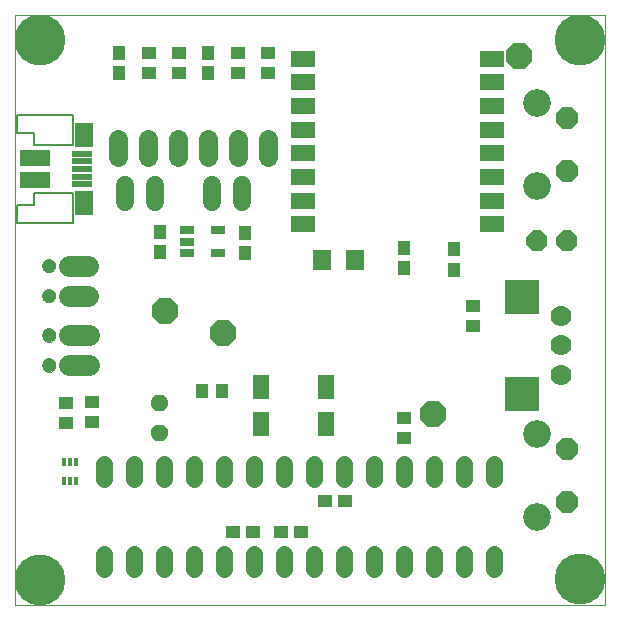
<source format=gbs>
G75*
%MOIN*%
%OFA0B0*%
%FSLAX24Y24*%
%IPPOS*%
%LPD*%
%AMOC8*
5,1,8,0,0,1.08239X$1,22.5*
%
%ADD10C,0.0000*%
%ADD11R,0.0591X0.0670*%
%ADD12R,0.0434X0.0473*%
%ADD13R,0.0473X0.0434*%
%ADD14R,0.0827X0.0552*%
%ADD15OC8,0.0890*%
%ADD16R,0.0512X0.0257*%
%ADD17C,0.0560*%
%ADD18R,0.0552X0.0788*%
%ADD19R,0.0152X0.0316*%
%ADD20R,0.0713X0.0197*%
%ADD21R,0.0615X0.0827*%
%ADD22R,0.1024X0.0581*%
%ADD23C,0.0050*%
%ADD24C,0.0600*%
%ADD25C,0.0112*%
%ADD26OC8,0.0700*%
%ADD27OC8,0.0740*%
%ADD28C,0.0925*%
%ADD29C,0.0700*%
%ADD30R,0.1142X0.1142*%
%ADD31C,0.0640*%
%ADD32C,0.0690*%
%ADD33C,0.0473*%
%ADD34C,0.1700*%
D10*
X000350Y000350D02*
X000350Y020035D01*
X020035Y020035D01*
X020035Y000350D01*
X000350Y000350D01*
X001267Y008344D02*
X001269Y008373D01*
X001275Y008401D01*
X001284Y008429D01*
X001297Y008455D01*
X001314Y008478D01*
X001333Y008500D01*
X001355Y008519D01*
X001380Y008534D01*
X001406Y008547D01*
X001434Y008555D01*
X001462Y008560D01*
X001491Y008561D01*
X001520Y008558D01*
X001548Y008551D01*
X001575Y008541D01*
X001601Y008527D01*
X001624Y008510D01*
X001645Y008490D01*
X001663Y008467D01*
X001678Y008442D01*
X001689Y008415D01*
X001697Y008387D01*
X001701Y008358D01*
X001701Y008330D01*
X001697Y008301D01*
X001689Y008273D01*
X001678Y008246D01*
X001663Y008221D01*
X001645Y008198D01*
X001624Y008178D01*
X001601Y008161D01*
X001575Y008147D01*
X001548Y008137D01*
X001520Y008130D01*
X001491Y008127D01*
X001462Y008128D01*
X001434Y008133D01*
X001406Y008141D01*
X001380Y008154D01*
X001355Y008169D01*
X001333Y008188D01*
X001314Y008210D01*
X001297Y008233D01*
X001284Y008259D01*
X001275Y008287D01*
X001269Y008315D01*
X001267Y008344D01*
X001267Y009344D02*
X001269Y009373D01*
X001275Y009401D01*
X001284Y009429D01*
X001297Y009455D01*
X001314Y009478D01*
X001333Y009500D01*
X001355Y009519D01*
X001380Y009534D01*
X001406Y009547D01*
X001434Y009555D01*
X001462Y009560D01*
X001491Y009561D01*
X001520Y009558D01*
X001548Y009551D01*
X001575Y009541D01*
X001601Y009527D01*
X001624Y009510D01*
X001645Y009490D01*
X001663Y009467D01*
X001678Y009442D01*
X001689Y009415D01*
X001697Y009387D01*
X001701Y009358D01*
X001701Y009330D01*
X001697Y009301D01*
X001689Y009273D01*
X001678Y009246D01*
X001663Y009221D01*
X001645Y009198D01*
X001624Y009178D01*
X001601Y009161D01*
X001575Y009147D01*
X001548Y009137D01*
X001520Y009130D01*
X001491Y009127D01*
X001462Y009128D01*
X001434Y009133D01*
X001406Y009141D01*
X001380Y009154D01*
X001355Y009169D01*
X001333Y009188D01*
X001314Y009210D01*
X001297Y009233D01*
X001284Y009259D01*
X001275Y009287D01*
X001269Y009315D01*
X001267Y009344D01*
X001259Y010670D02*
X001261Y010699D01*
X001267Y010727D01*
X001276Y010755D01*
X001289Y010781D01*
X001306Y010804D01*
X001325Y010826D01*
X001347Y010845D01*
X001372Y010860D01*
X001398Y010873D01*
X001426Y010881D01*
X001454Y010886D01*
X001483Y010887D01*
X001512Y010884D01*
X001540Y010877D01*
X001567Y010867D01*
X001593Y010853D01*
X001616Y010836D01*
X001637Y010816D01*
X001655Y010793D01*
X001670Y010768D01*
X001681Y010741D01*
X001689Y010713D01*
X001693Y010684D01*
X001693Y010656D01*
X001689Y010627D01*
X001681Y010599D01*
X001670Y010572D01*
X001655Y010547D01*
X001637Y010524D01*
X001616Y010504D01*
X001593Y010487D01*
X001567Y010473D01*
X001540Y010463D01*
X001512Y010456D01*
X001483Y010453D01*
X001454Y010454D01*
X001426Y010459D01*
X001398Y010467D01*
X001372Y010480D01*
X001347Y010495D01*
X001325Y010514D01*
X001306Y010536D01*
X001289Y010559D01*
X001276Y010585D01*
X001267Y010613D01*
X001261Y010641D01*
X001259Y010670D01*
X001259Y011670D02*
X001261Y011699D01*
X001267Y011727D01*
X001276Y011755D01*
X001289Y011781D01*
X001306Y011804D01*
X001325Y011826D01*
X001347Y011845D01*
X001372Y011860D01*
X001398Y011873D01*
X001426Y011881D01*
X001454Y011886D01*
X001483Y011887D01*
X001512Y011884D01*
X001540Y011877D01*
X001567Y011867D01*
X001593Y011853D01*
X001616Y011836D01*
X001637Y011816D01*
X001655Y011793D01*
X001670Y011768D01*
X001681Y011741D01*
X001689Y011713D01*
X001693Y011684D01*
X001693Y011656D01*
X001689Y011627D01*
X001681Y011599D01*
X001670Y011572D01*
X001655Y011547D01*
X001637Y011524D01*
X001616Y011504D01*
X001593Y011487D01*
X001567Y011473D01*
X001540Y011463D01*
X001512Y011456D01*
X001483Y011453D01*
X001454Y011454D01*
X001426Y011459D01*
X001398Y011467D01*
X001372Y011480D01*
X001347Y011495D01*
X001325Y011514D01*
X001306Y011536D01*
X001289Y011559D01*
X001276Y011585D01*
X001267Y011613D01*
X001261Y011641D01*
X001259Y011670D01*
D11*
X010602Y011851D03*
X011705Y011851D03*
D12*
X013332Y011590D03*
X013332Y012259D03*
X014980Y012209D03*
X014980Y011540D03*
X008032Y012093D03*
X008032Y012762D03*
X005179Y012786D03*
X005179Y012117D03*
X006605Y007505D03*
X007274Y007505D03*
X006789Y018089D03*
X006789Y018758D03*
X003814Y018758D03*
X003814Y018089D03*
D13*
X004812Y018089D03*
X004812Y018758D03*
X005812Y018758D03*
X005812Y018089D03*
X007787Y018089D03*
X007787Y018758D03*
X008807Y018758D03*
X008807Y018089D03*
X015613Y010319D03*
X015613Y009650D03*
X013327Y006585D03*
X013327Y005916D03*
X011372Y003824D03*
X010703Y003824D03*
X009905Y002795D03*
X009236Y002795D03*
X008277Y002805D03*
X007608Y002805D03*
X002910Y006453D03*
X002910Y007122D03*
X002049Y007097D03*
X002049Y006428D03*
D14*
X009959Y013051D03*
X009959Y013838D03*
X009959Y014626D03*
X009959Y015413D03*
X009959Y016201D03*
X009959Y016988D03*
X009959Y017775D03*
X009959Y018563D03*
X016259Y018563D03*
X016259Y017775D03*
X016259Y016988D03*
X016259Y016201D03*
X016259Y015413D03*
X016259Y014626D03*
X016259Y013838D03*
X016259Y013051D03*
D15*
X017168Y018666D03*
X005350Y010143D03*
X007280Y009422D03*
X014277Y006729D03*
D16*
X007119Y012096D03*
X007119Y012844D03*
X006095Y012844D03*
X006095Y012470D03*
X006095Y012096D03*
D17*
X006317Y005065D02*
X006317Y004545D01*
X005317Y004545D02*
X005317Y005065D01*
X004317Y005065D02*
X004317Y004545D01*
X003317Y004545D02*
X003317Y005065D01*
X007317Y005065D02*
X007317Y004545D01*
X008317Y004545D02*
X008317Y005065D01*
X009317Y005065D02*
X009317Y004545D01*
X010317Y004545D02*
X010317Y005065D01*
X011317Y005065D02*
X011317Y004545D01*
X012317Y004545D02*
X012317Y005065D01*
X013317Y005065D02*
X013317Y004545D01*
X014317Y004545D02*
X014317Y005065D01*
X015317Y005065D02*
X015317Y004545D01*
X016317Y004545D02*
X016317Y005065D01*
X016317Y002065D02*
X016317Y001545D01*
X015317Y001545D02*
X015317Y002065D01*
X014317Y002065D02*
X014317Y001545D01*
X013317Y001545D02*
X013317Y002065D01*
X012317Y002065D02*
X012317Y001545D01*
X011317Y001545D02*
X011317Y002065D01*
X010317Y002065D02*
X010317Y001545D01*
X009317Y001545D02*
X009317Y002065D01*
X008317Y002065D02*
X008317Y001545D01*
X007317Y001545D02*
X007317Y002065D01*
X006317Y002065D02*
X006317Y001545D01*
X005317Y001545D02*
X005317Y002065D01*
X004317Y002065D02*
X004317Y001545D01*
X003317Y001545D02*
X003317Y002065D01*
D18*
X008549Y006375D03*
X008549Y007635D03*
X010714Y007635D03*
X010714Y006375D03*
D19*
X002401Y005134D03*
X002204Y005134D03*
X002007Y005134D03*
X002007Y004484D03*
X002204Y004484D03*
X002401Y004484D03*
D20*
X002598Y014382D03*
X002598Y014638D03*
X002598Y014894D03*
X002598Y015150D03*
X002598Y015406D03*
D21*
X002649Y016036D03*
X002649Y013752D03*
D22*
X001011Y014525D03*
X001011Y015263D03*
D23*
X000980Y015675D02*
X002287Y015675D01*
X002287Y016688D01*
X001267Y016688D01*
X001271Y016688D01*
X000440Y016688D01*
X000437Y016104D01*
X000980Y016104D01*
X000980Y015675D01*
X000980Y014107D02*
X002287Y014107D01*
X002287Y013093D01*
X001267Y013093D01*
X001267Y013092D01*
X000437Y013092D01*
X000437Y013677D01*
X000980Y013677D01*
X000980Y014107D01*
D24*
X004021Y014350D02*
X004021Y013790D01*
X005021Y013790D02*
X005021Y014350D01*
X006916Y014343D02*
X006916Y013783D01*
X007916Y013783D02*
X007916Y014343D01*
D25*
X004986Y007069D02*
X004930Y007013D01*
X004930Y007199D01*
X005060Y007329D01*
X005246Y007329D01*
X005376Y007199D01*
X005376Y007013D01*
X005246Y006883D01*
X005060Y006883D01*
X004930Y007013D01*
X005014Y007048D01*
X005014Y007164D01*
X005095Y007245D01*
X005211Y007245D01*
X005292Y007164D01*
X005292Y007048D01*
X005211Y006967D01*
X005095Y006967D01*
X005014Y007048D01*
X005098Y007083D01*
X005098Y007129D01*
X005130Y007161D01*
X005176Y007161D01*
X005208Y007129D01*
X005208Y007083D01*
X005176Y007051D01*
X005130Y007051D01*
X005098Y007083D01*
X004986Y006079D02*
X004930Y006023D01*
X004930Y006209D01*
X005060Y006339D01*
X005246Y006339D01*
X005376Y006209D01*
X005376Y006023D01*
X005246Y005893D01*
X005060Y005893D01*
X004930Y006023D01*
X005014Y006058D01*
X005014Y006174D01*
X005095Y006255D01*
X005211Y006255D01*
X005292Y006174D01*
X005292Y006058D01*
X005211Y005977D01*
X005095Y005977D01*
X005014Y006058D01*
X005098Y006093D01*
X005098Y006139D01*
X005130Y006171D01*
X005176Y006171D01*
X005208Y006139D01*
X005208Y006093D01*
X005176Y006061D01*
X005130Y006061D01*
X005098Y006093D01*
D26*
X017763Y012502D03*
X018763Y012502D03*
D27*
X018753Y014814D03*
X018753Y016594D03*
X018753Y005571D03*
X018753Y003791D03*
D28*
X017773Y003301D03*
X017773Y006061D03*
X017773Y014324D03*
X017773Y017084D03*
D29*
X018568Y009996D03*
X018568Y009011D03*
X018568Y008027D03*
D30*
X017268Y007397D03*
X017268Y010626D03*
D31*
X008804Y015289D02*
X008804Y015889D01*
X007804Y015889D02*
X007804Y015289D01*
X006804Y015289D02*
X006804Y015889D01*
X005804Y015889D02*
X005804Y015289D01*
X004804Y015289D02*
X004804Y015889D01*
X003804Y015889D02*
X003804Y015289D01*
D32*
X002801Y011670D02*
X002151Y011670D01*
X002151Y010670D02*
X002801Y010670D01*
X002809Y009344D02*
X002160Y009344D01*
X002160Y008344D02*
X002809Y008344D01*
D33*
X001484Y008344D03*
X001484Y009344D03*
X001476Y010670D03*
X001476Y011670D03*
D34*
X001201Y019175D03*
X019182Y019177D03*
X019179Y001212D03*
X001200Y001200D03*
M02*

</source>
